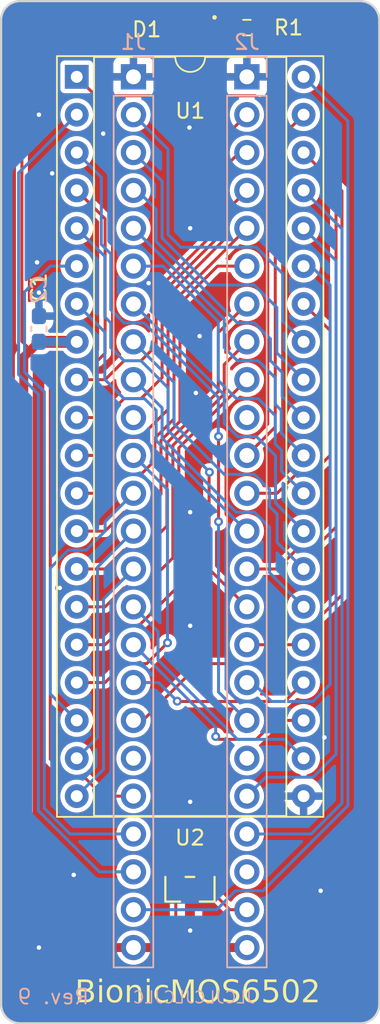
<source format=kicad_pcb>
(kicad_pcb (version 20240108) (generator "pcbnew") (generator_version "8.0")
  (title_block (title "BionicMOS6502") (date "2024-12-10") (rev "9") (company "Tadashi G. Takaoka"))
  (layers (0 "F.Cu" signal) (31 "B.Cu" signal) (34 "B.Paste" user) (35 "F.Paste" user) (36 "B.SilkS" user "B.Silkscreen") (37 "F.SilkS" user "F.Silkscreen") (38 "B.Mask" user) (39 "F.Mask" user) (44 "Edge.Cuts" user))
  (net 0 "")
  (net 1 "VCC")
  (net 2 "GND")
  (net 4 "/P26")
  (net 5 "/P27")
  (net 6 "/P47")
  (net 7 "/P46")
  (net 8 "/P25")
  (net 9 "/P24")
  (net 10 "/P23")
  (net 11 "/P22")
  (net 12 "/P21")
  (net 13 "/P20")
  (net 14 "/P34")
  (net 15 "/P35")
  (net 16 "/P17")
  (net 17 "/P36")
  (net 18 "/P16")
  (net 19 "/P15")
  (net 20 "/P40")
  (net 21 "/P14")
  (net 22 "/P41")
  (net 23 "/P13")
  (net 24 "/P42")
  (net 25 "/P12")
  (net 26 "/P11")
  (net 27 "/P44")
  (net 28 "/P10")
  (net 29 "/P45")
  (net 30 "/P50")
  (net 31 "/P43")
  (net 32 "/P52")
  (net 33 "/P30")
  (net 34 "/P31")
  (net 35 "/P32")
  (net 36 "/P33")
  (net 37 "/P37")
  (net 38 "/P51")
  (net 39 "/P53")
  (net 40 "/P55")
  (net 41 "/P54")
  (net 43 "Net-(J2-P57)")
  (net 47 "Net-(D1-K)")
  (footprint "0-LocalLibrary:SOT-23_MC_MCH-M" (layer "F.Cu") (at 113.684801 129.5876 180)
    (property "Reference" "U2" (at 0 3.4544 0) (layer "F.SilkS"))
    (property "Value" "11AA010-I/TT")
    (fp_line (start 1.652 0.827) (end 1.652 -0.827) (stroke (width 0.1524)) (layer "F.SilkS"))
    (fp_line (start 1.652 -0.827) (end 0.66294 -0.827) (stroke (width 0.1524)) (layer "F.SilkS"))
    (fp_line (start -0.287061 0.827) (end 0.287061 0.827) (stroke (width 0.1524)) (layer "F.SilkS"))
    (fp_line (start -0.66294 -0.827) (end -1.652 -0.827) (stroke (width 0.1524)) (layer "F.SilkS"))
    (fp_line (start -1.652 -0.827) (end -1.652 0.827) (stroke (width 0.1524)) (layer "F.SilkS"))
    (pad "1" smd rect (at -0.950001 1.066 180) (size 0.6604 1.6256) (layers "F.Cu" "F.Paste" "F.Mask") (net 43 "Net-(J2-P57)"))
    (pad "2" smd rect (at 0.950001 1.066 180) (size 0.6604 1.6256) (layers "F.Cu" "F.Paste" "F.Mask") (net 1 "VCC"))
    (pad "3" smd rect (at 0 -1.066 180) (size 0.6604 1.6256) (layers "F.Cu" "F.Paste" "F.Mask") (net 2 "GND"))
  )
  (footprint "Resistor_SMD:R_0603_1608Metric_Pad0.98x0.95mm_HandSolder" (layer "F.Cu") (at 117.51 71.778)
    (property "Reference" "R1" (at 2.794 0 0) (layer "F.SilkS"))
    (property "Value" "1.6k")
    (fp_line (start -0.254724 -0.5225) (end 0.254724 -0.5225) (stroke (width 0.12)) (layer "F.SilkS"))
    (fp_line (start -0.254724 0.5225) (end 0.254724 0.5225) (stroke (width 0.12)) (layer "F.SilkS"))
    (pad "1" smd roundrect (at -0.9125 0) (size 0.975 0.95) (layers "F.Cu" "F.Paste" "F.Mask") (net 47 "Net-(D1-K)"))
    (pad "2" smd roundrect (at 0.9125 0) (size 0.975 0.95) (layers "F.Cu" "F.Paste" "F.Mask") (net 2 "GND"))
  )
  (footprint "0-LocalLibrary:LED_CSL1901UW1_ROM-M" (layer "F.Cu") (at 113.6873 71.778 180)
    (property "Reference" "D1" (at 2.9083 -0.127 0) (layer "F.SilkS"))
    (property "Value" "CSL1901UW1")
    (fp_circle (center -1.651 0.6858) (end -1.5748 0.6858) (stroke (width 0.1524)) (fill none) (layer "F.SilkS"))
    (pad "1" smd rect (at -0.8763 0 180) (size 0.9652 0.762) (layers "F.Cu" "F.Paste" "F.Mask") (net 47 "Net-(D1-K)"))
    (pad "2" smd rect (at 0.8763 0 180) (size 0.9652 0.762) (layers "F.Cu" "F.Paste" "F.Mask") (net 1 "VCC"))
    (zone (net 0) (net_name "") (layer "F.Cu") (connect_pads (clearance 0)) (min_thickness 0.254)
      (keepout (tracks not_allowed) (vias not_allowed) (pads allowed) (copperpour not_allowed) (footprints allowed))
      (fill (thermal_gap 0.508) (thermal_bridge_width 0.508))
      (polygon (pts (xy 114.0302 72.1336) (xy 113.3444 72.1336) (xy 113.3444 71.4224) (xy 114.0302 71.4224)))
    )
  )
  (footprint "Capacitor_SMD:C_0603_1608Metric_Pad1.08x0.95mm_HandSolder" (layer "F.Cu") (at 103.54 91.9953 90)
    (property "Reference" "C1" (at 2.794 0 90) (layer "F.SilkS"))
    (property "Value" "0.1u")
    (fp_line (start -0.146267 -0.51) (end 0.146267 -0.51) (stroke (width 0.12)) (layer "F.SilkS"))
    (fp_line (start -0.146267 0.51) (end 0.146267 0.51) (stroke (width 0.12)) (layer "F.SilkS"))
    (pad "1" smd roundrect (at -0.8625 0 90) (size 1.075 0.95) (layers "F.Cu" "F.Paste" "F.Mask") (net 1 "VCC"))
    (pad "2" smd roundrect (at 0.8625 0 90) (size 1.075 0.95) (layers "F.Cu" "F.Paste" "F.Mask") (net 2 "GND"))
  )
  (footprint "0-LocalLibrary:DIP-40_W15.24mm_Socket" (layer "F.Cu") (at 106.08 75.08)
    (property "Reference" "U1" (at 7.62 2.286 0) (layer "F.SilkS"))
    (property "Value" "W65C816S")
    (fp_line (start -1.33 -1.39) (end -1.33 49.65) (stroke (width 0.12)) (layer "F.SilkS"))
    (fp_line (start -1.33 49.65) (end 16.57 49.65) (stroke (width 0.12)) (layer "F.SilkS"))
    (fp_line (start 1.16 -1.33) (end 1.16 49.59) (stroke (width 0.12)) (layer "F.SilkS"))
    (fp_line (start 1.16 49.59) (end 14.08 49.59) (stroke (width 0.12)) (layer "F.SilkS"))
    (fp_line (start 6.62 -1.33) (end 1.16 -1.33) (stroke (width 0.12)) (layer "F.SilkS"))
    (fp_line (start 14.08 -1.33) (end 8.62 -1.33) (stroke (width 0.12)) (layer "F.SilkS"))
    (fp_line (start 14.08 49.59) (end 14.08 -1.33) (stroke (width 0.12)) (layer "F.SilkS"))
    (fp_line (start 16.57 -1.39) (end -1.33 -1.39) (stroke (width 0.12)) (layer "F.SilkS"))
    (fp_line (start 16.57 49.65) (end 16.57 -1.39) (stroke (width 0.12)) (layer "F.SilkS"))
    (fp_arc (start 8.62 -1.33) (mid 7.62 -0.33) (end 6.62 -1.33) (stroke (width 0.12)) (layer "F.SilkS"))
    (pad "1" thru_hole rect (at 0 0) (size 1.6 1.6) (drill 0.8) (layers "*.Cu" "*.Mask") (net 20 "/P40"))
    (pad "2" thru_hole oval (at 0 2.54) (size 1.6 1.6) (drill 0.8) (layers "*.Cu" "*.Mask") (net 32 "/P52"))
    (pad "3" thru_hole oval (at 0 5.08) (size 1.6 1.6) (drill 0.8) (layers "*.Cu" "*.Mask") (net 6 "/P47"))
    (pad "4" thru_hole oval (at 0 7.62) (size 1.6 1.6) (drill 0.8) (layers "*.Cu" "*.Mask") (net 30 "/P50"))
    (pad "5" thru_hole oval (at 0 10.16) (size 1.6 1.6) (drill 0.8) (layers "*.Cu" "*.Mask") (net 27 "/P44"))
    (pad "6" thru_hole oval (at 0 12.7) (size 1.6 1.6) (drill 0.8) (layers "*.Cu" "*.Mask") (net 38 "/P51"))
    (pad "7" thru_hole oval (at 0 15.24) (size 1.6 1.6) (drill 0.8) (layers "*.Cu" "*.Mask") (net 24 "/P42"))
    (pad "8" thru_hole oval (at 0 17.78) (size 1.6 1.6) (drill 0.8) (layers "*.Cu" "*.Mask") (net 1 "VCC"))
    (pad "9" thru_hole oval (at 0 20.32) (size 1.6 1.6) (drill 0.8) (layers "*.Cu" "*.Mask") (net 13 "/P20"))
    (pad "10" thru_hole oval (at 0 22.86) (size 1.6 1.6) (drill 0.8) (layers "*.Cu" "*.Mask") (net 12 "/P21"))
    (pad "11" thru_hole oval (at 0 25.4) (size 1.6 1.6) (drill 0.8) (layers "*.Cu" "*.Mask") (net 11 "/P22"))
    (pad "12" thru_hole oval (at 0 27.94) (size 1.6 1.6) (drill 0.8) (layers "*.Cu" "*.Mask") (net 10 "/P23"))
    (pad "13" thru_hole oval (at 0 30.48) (size 1.6 1.6) (drill 0.8) (layers "*.Cu" "*.Mask") (net 9 "/P24"))
    (pad "14" thru_hole oval (at 0 33.02) (size 1.6 1.6) (drill 0.8) (layers "*.Cu" "*.Mask") (net 8 "/P25"))
    (pad "15" thru_hole oval (at 0 35.56) (size 1.6 1.6) (drill 0.8) (layers "*.Cu" "*.Mask") (net 4 "/P26"))
    (pad "16" thru_hole oval (at 0 38.1) (size 1.6 1.6) (drill 0.8) (layers "*.Cu" "*.Mask") (net 5 "/P27"))
    (pad "17" thru_hole oval (at 0 40.64) (size 1.6 1.6) (drill 0.8) (layers "*.Cu" "*.Mask") (net 33 "/P30"))
    (pad "18" thru_hole oval (at 0 43.18) (size 1.6 1.6) (drill 0.8) (layers "*.Cu" "*.Mask") (net 34 "/P31"))
    (pad "19" thru_hole oval (at 0 45.72) (size 1.6 1.6) (drill 0.8) (layers "*.Cu" "*.Mask") (net 35 "/P32"))
    (pad "20" thru_hole oval (at 0 48.26) (size 1.6 1.6) (drill 0.8) (layers "*.Cu" "*.Mask") (net 36 "/P33"))
    (pad "21" thru_hole oval (at 15.24 48.26) (size 1.6 1.6) (drill 0.8) (layers "*.Cu" "*.Mask") (net 2 "GND"))
    (pad "22" thru_hole oval (at 15.24 45.72) (size 1.6 1.6) (drill 0.8) (layers "*.Cu" "*.Mask") (net 14 "/P34"))
    (pad "23" thru_hole oval (at 15.24 43.18) (size 1.6 1.6) (drill 0.8) (layers "*.Cu" "*.Mask") (net 15 "/P35"))
    (pad "24" thru_hole oval (at 15.24 40.64) (size 1.6 1.6) (drill 0.8) (layers "*.Cu" "*.Mask") (net 17 "/P36"))
    (pad "25" thru_hole oval (at 15.24 38.1) (size 1.6 1.6) (drill 0.8) (layers "*.Cu" "*.Mask") (net 37 "/P37"))
    (pad "26" thru_hole oval (at 15.24 35.56) (size 1.6 1.6) (drill 0.8) (layers "*.Cu" "*.Mask") (net 16 "/P17"))
    (pad "27" thru_hole oval (at 15.24 33.02) (size 1.6 1.6) (drill 0.8) (layers "*.Cu" "*.Mask") (net 18 "/P16"))
    (pad "28" thru_hole oval (at 15.24 30.48) (size 1.6 1.6) (drill 0.8) (layers "*.Cu" "*.Mask") (net 19 "/P15"))
    (pad "29" thru_hole oval (at 15.24 27.94) (size 1.6 1.6) (drill 0.8) (layers "*.Cu" "*.Mask") (net 21 "/P14"))
    (pad "30" thru_hole oval (at 15.24 25.4) (size 1.6 1.6) (drill 0.8) (layers "*.Cu" "*.Mask") (net 23 "/P13"))
    (pad "31" thru_hole oval (at 15.24 22.86) (size 1.6 1.6) (drill 0.8) (layers "*.Cu" "*.Mask") (net 25 "/P12"))
    (pad "32" thru_hole oval (at 15.24 20.32) (size 1.6 1.6) (drill 0.8) (layers "*.Cu" "*.Mask") (net 26 "/P11"))
    (pad "33" thru_hole oval (at 15.24 17.78) (size 1.6 1.6) (drill 0.8) (layers "*.Cu" "*.Mask") (net 28 "/P10"))
    (pad "34" thru_hole oval (at 15.24 15.24) (size 1.6 1.6) (drill 0.8) (layers "*.Cu" "*.Mask") (net 22 "/P41"))
    (pad "35" thru_hole oval (at 15.24 12.7) (size 1.6 1.6) (drill 0.8) (layers "*.Cu" "*.Mask") (net 7 "/P46"))
    (pad "36" thru_hole oval (at 15.24 10.16) (size 1.6 1.6) (drill 0.8) (layers "*.Cu" "*.Mask") (net 41 "/P54"))
    (pad "37" thru_hole oval (at 15.24 7.62) (size 1.6 1.6) (drill 0.8) (layers "*.Cu" "*.Mask") (net 40 "/P55"))
    (pad "38" thru_hole oval (at 15.24 5.08) (size 1.6 1.6) (drill 0.8) (layers "*.Cu" "*.Mask") (net 29 "/P45"))
    (pad "39" thru_hole oval (at 15.24 2.54) (size 1.6 1.6) (drill 0.8) (layers "*.Cu" "*.Mask") (net 31 "/P43"))
    (pad "40" thru_hole oval (at 15.24 0) (size 1.6 1.6) (drill 0.8) (layers "*.Cu" "*.Mask") (net 39 "/P53"))
  )
  (footprint "0-LocalLibrary:Bionic-P245_Vertical" (layer "B.Cu") (at 117.51 75.08 180)
    (property "Reference" "J2" (at 0 2.33 0) (layer "B.SilkS") (effects (justify mirror)))
    (property "Value" "Bionic-P245")
    (fp_line (start 1.33 -1.27) (end -1.33 -1.27) (stroke (width 0.12)) (layer "B.SilkS"))
    (fp_line (start 1.33 -59.75) (end 1.33 -1.27) (stroke (width 0.12)) (layer "B.SilkS"))
    (fp_line (start 1.33 -59.75) (end -1.33 -59.75) (stroke (width 0.12)) (layer "B.SilkS"))
    (fp_line (start 0 1.33) (end -1.33 1.33) (stroke (width 0.12)) (layer "B.SilkS"))
    (fp_line (start -1.33 1.33) (end -1.33 0) (stroke (width 0.12)) (layer "B.SilkS"))
    (fp_line (start -1.33 -59.75) (end -1.33 -1.27) (stroke (width 0.12)) (layer "B.SilkS"))
    (pad "25" thru_hole oval (at 0 -58.42 180) (size 1.7 1.7) (drill 1) (layers "*.Cu" "*.Mask") (net 1 "VCC"))
    (pad "26" thru_hole oval (at 0 -55.88 180) (size 1.7 1.7) (drill 1) (layers "*.Cu" "*.Mask") (net 43 "Net-(J2-P57)"))
    (pad "27" thru_hole oval (at 0 -53.34 180) (size 1.7 1.7) (drill 1) (layers "*.Cu" "*.Mask"))
    (pad "28" thru_hole oval (at 0 -50.8 180) (size 1.7 1.7) (drill 1) (layers "*.Cu" "*.Mask") (net 40 "/P55"))
    (pad "29" thru_hole oval (at 0 -48.26 180) (size 1.7 1.7) (drill 1) (layers "*.Cu" "*.Mask") (net 41 "/P54"))
    (pad "30" thru_hole oval (at 0 -45.72 180) (size 1.7 1.7) (drill 1) (layers "*.Cu" "*.Mask"))
    (pad "31" thru_hole oval (at 0 -43.18 180) (size 1.7 1.7) (drill 1) (layers "*.Cu" "*.Mask") (net 6 "/P47"))
    (pad "32" thru_hole oval (at 0 -40.64 180) (size 1.7 1.7) (drill 1) (layers "*.Cu" "*.Mask") (net 7 "/P46"))
    (pad "33" thru_hole oval (at 0 -38.1 180) (size 1.7 1.7) (drill 1) (layers "*.Cu" "*.Mask") (net 29 "/P45"))
    (pad "34" thru_hole oval (at 0 -35.56 180) (size 1.7 1.7) (drill 1) (layers "*.Cu" "*.Mask") (net 27 "/P44"))
    (pad "35" thru_hole oval (at 0 -33.02 180) (size 1.7 1.7) (drill 1) (layers "*.Cu" "*.Mask") (net 31 "/P43"))
    (pad "36" thru_hole oval (at 0 -30.48 180) (size 1.7 1.7) (drill 1) (layers "*.Cu" "*.Mask") (net 24 "/P42"))
    (pad "37" thru_hole oval (at 0 -27.94 180) (size 1.7 1.7) (drill 1) (layers "*.Cu" "*.Mask") (net 22 "/P41"))
    (pad "38" thru_hole oval (at 0 -25.4 180) (size 1.7 1.7) (drill 1) (layers "*.Cu" "*.Mask") (net 20 "/P40"))
    (pad "39" thru_hole oval (at 0 -22.86 180) (size 1.7 1.7) (drill 1) (layers "*.Cu" "*.Mask"))
    (pad "40" thru_hole oval (at 0 -20.32 180) (size 1.7 1.7) (drill 1) (layers "*.Cu" "*.Mask") (net 5 "/P27"))
    (pad "41" thru_hole oval (at 0 -17.78 180) (size 1.7 1.7) (drill 1) (layers "*.Cu" "*.Mask") (net 4 "/P26"))
    (pad "42" thru_hole oval (at 0 -15.24 180) (size 1.7 1.7) (drill 1) (layers "*.Cu" "*.Mask") (net 8 "/P25"))
    (pad "43" thru_hole oval (at 0 -12.7 180) (size 1.7 1.7) (drill 1) (layers "*.Cu" "*.Mask") (net 9 "/P24"))
    (pad "44" thru_hole oval (at 0 -10.16 180) (size 1.7 1.7) (drill 1) (layers "*.Cu" "*.Mask") (net 10 "/P23"))
    (pad "45" thru_hole oval (at 0 -7.62 180) (size 1.7 1.7) (drill 1) (layers "*.Cu" "*.Mask") (net 11 "/P22"))
    (pad "46" thru_hole oval (at 0 -5.08 180) (size 1.7 1.7) (drill 1) (layers "*.Cu" "*.Mask") (net 12 "/P21"))
    (pad "47" thru_hole oval (at 0 -2.54 180) (size 1.7 1.7) (drill 1) (layers "*.Cu" "*.Mask") (net 13 "/P20"))
    (pad "48" thru_hole rect (at 0 0 180) (size 1.7 1.7) (drill 1) (layers "*.Cu" "*.Mask") (net 2 "GND"))
  )
  (footprint "0-LocalLibrary:Bionic-P135_Vertical" (layer "B.Cu") (at 109.89 75.08 180)
    (property "Reference" "J1" (at 0 2.33 0) (layer "B.SilkS") (effects (justify mirror)))
    (property "Value" "Bionic-P135")
    (fp_line (start 1.33 -1.27) (end -1.33 -1.27) (stroke (width 0.12)) (layer "B.SilkS"))
    (fp_line (start 1.33 -59.75) (end 1.33 -1.27) (stroke (width 0.12)) (layer "B.SilkS"))
    (fp_line (start 1.33 -59.75) (end -1.33 -59.75) (stroke (width 0.12)) (layer "B.SilkS"))
    (fp_line (start 0 1.33) (end -1.33 1.33) (stroke (width 0.12)) (layer "B.SilkS"))
    (fp_line (start -1.33 1.33) (end -1.33 0) (stroke (width 0.12)) (layer "B.SilkS"))
    (fp_line (start -1.33 -59.75) (end -1.33 -1.27) (stroke (width 0.12)) (layer "B.SilkS"))
    (pad "1" thru_hole rect (at 0 0 180) (size 1.7 1.7) (drill 1) (layers "*.Cu" "*.Mask") (net 2 "GND"))
    (pad "2" thru_hole oval (at 0 -2.54 180) (size 1.7 1.7) (drill 1) (layers "*.Cu" "*.Mask") (net 28 "/P10"))
    (pad "3" thru_hole oval (at 0 -5.08 180) (size 1.7 1.7) (drill 1) (layers "*.Cu" "*.Mask") (net 26 "/P11"))
    (pad "4" thru_hole oval (at 0 -7.62 180) (size 1.7 1.7) (drill 1) (layers "*.Cu" "*.Mask") (net 25 "/P12"))
    (pad "5" thru_hole oval (at 0 -10.16 180) (size 1.7 1.7) (drill 1) (layers "*.Cu" "*.Mask") (net 23 "/P13"))
    (pad "6" thru_hole oval (at 0 -12.7 180) (size 1.7 1.7) (drill 1) (layers "*.Cu" "*.Mask") (net 21 "/P14"))
    (pad "7" thru_hole oval (at 0 -15.24 180) (size 1.7 1.7) (drill 1) (layers "*.Cu" "*.Mask") (net 19 "/P15"))
    (pad "8" thru_hole oval (at 0 -17.78 180) (size 1.7 1.7) (drill 1) (layers "*.Cu" "*.Mask") (net 18 "/P16"))
    (pad "9" thru_hole oval (at 0 -20.32 180) (size 1.7 1.7) (drill 1) (layers "*.Cu" "*.Mask") (net 16 "/P17"))
    (pad "10" thru_hole oval (at 0 -22.86 180) (size 1.7 1.7) (drill 1) (layers "*.Cu" "*.Mask"))
    (pad "11" thru_hole oval (at 0 -25.4 180) (size 1.7 1.7) (drill 1) (layers "*.Cu" "*.Mask") (net 33 "/P30"))
    (pad "12" thru_hole oval (at 0 -27.94 180) (size 1.7 1.7) (drill 1) (layers "*.Cu" "*.Mask") (net 34 "/P31"))
    (pad "13" thru_hole oval (at 0 -30.48 180) (size 1.7 1.7) (drill 1) (layers "*.Cu" "*.Mask") (net 35 "/P32"))
    (pad "14" thru_hole oval (at 0 -33.02 180) (size 1.7 1.7) (drill 1) (layers "*.Cu" "*.Mask") (net 36 "/P33"))
    (pad "15" thru_hole oval (at 0 -35.56 180) (size 1.7 1.7) (drill 1) (layers "*.Cu" "*.Mask") (net 14 "/P34"))
    (pad "16" thru_hole oval (at 0 -38.1 180) (size 1.7 1.7) (drill 1) (layers "*.Cu" "*.Mask") (net 15 "/P35"))
    (pad "17" thru_hole oval (at 0 -40.64 180) (size 1.7 1.7) (drill 1) (layers "*.Cu" "*.Mask") (net 17 "/P36"))
    (pad "18" thru_hole oval (at 0 -43.18 180) (size 1.7 1.7) (drill 1) (layers "*.Cu" "*.Mask") (net 37 "/P37"))
    (pad "19" thru_hole oval (at 0 -45.72 180) (size 1.7 1.7) (drill 1) (layers "*.Cu" "*.Mask"))
    (pad "20" thru_hole oval (at 0 -48.26 180) (size 1.7 1.7) (drill 1) (layers "*.Cu" "*.Mask") (net 30 "/P50"))
    (pad "21" thru_hole oval (at 0 -50.8 180) (size 1.7 1.7) (drill 1) (layers "*.Cu" "*.Mask") (net 38 "/P51"))
    (pad "22" thru_hole oval (at 0 -53.34 180) (size 1.7 1.7) (drill 1) (layers "*.Cu" "*.Mask") (net 32 "/P52"))
    (pad "23" thru_hole oval (at 0 -55.88 180) (size 1.7 1.7) (drill 1) (layers "*.Cu" "*.Mask") (net 39 "/P53"))
    (pad "24" thru_hole oval (at 0 -58.42 180) (size 1.7 1.7) (drill 1) (layers "*.Cu" "*.Mask") (net 1 "VCC"))
  )
  (footprint "Capacitor_SMD:C_0603_1608Metric_Pad1.08x0.95mm_HandSolder" (layer "B.Cu") (at 103.54 91.9953 90)
    (property "Reference" "C2" (at 2.6405 0 90) (layer "B.SilkS") (effects (justify mirror)))
    (property "Value" "22u")
    (fp_line (start 0.146267 -0.51) (end -0.146267 -0.51) (stroke (width 0.12)) (layer "B.SilkS"))
    (fp_line (start 0.146267 0.51) (end -0.146267 0.51) (stroke (width 0.12)) (layer "B.SilkS"))
    (pad "1" smd roundrect (at -0.8625 0 90) (size 1.075 0.95) (layers "B.Cu" "B.Paste" "B.Mask") (net 1 "VCC"))
    (pad "2" smd roundrect (at 0.8625 0 90) (size 1.075 0.95) (layers "B.Cu" "B.Paste" "B.Mask") (net 2 "GND"))
  )
  (gr_arc (start 102.27 138.58) (mid 101.371974 138.208026) (end 101 137.31) (stroke (width 0.15)) (layer "Edge.Cuts"))
  (gr_arc (start 126.4 137.31) (mid 126.028026 138.208026) (end 125.13 138.58) (stroke (width 0.15)) (layer "Edge.Cuts"))
  (gr_line (start 126.4 137.31) (end 126.4 71.27) (stroke (width 0.15)) (layer "Edge.Cuts"))
  (gr_arc (start 101 71.27) (mid 101.371974 70.371974) (end 102.27 70) (stroke (width 0.15)) (layer "Edge.Cuts"))
  (gr_line (start 125.13 70) (end 102.27 70) (stroke (width 0.15)) (layer "Edge.Cuts"))
  (gr_line (start 101 71.27) (end 101 137.31) (stroke (width 0.15)) (layer "Edge.Cuts"))
  (gr_arc (start 125.13 70) (mid 126.028026 70.371974) (end 126.4 71.27) (stroke (width 0.15)) (layer "Edge.Cuts"))
  (gr_line (start 102.27 138.58) (end 125.13 138.58) (stroke (width 0.15)) (layer "Edge.Cuts"))
  (gr_text "Rev. 9" (at 102.016 136.802 0) (layer "B.SilkS") (effects (font (size 1 1)) (justify right mirror)))
  (gr_text "JLCJLCJLCJLC" (at 113.954 137.31 0) (layer "B.SilkS") (effects (font (size 0.8 0.8)) (justify bottom mirror)))
  (gr_text "BionicMOS6502" (at 114.208 136.548 0) (layer "F.SilkS") (effects (font (size 1.5 1.5))))
  (segment (start 102.524 127.785) (end 102.524 93.8738) (width 0.6) (layer "F.Cu") (net 1))
  (segment (start 112.811 133.5) (end 109.89 133.5) (width 0.6) (layer "F.Cu") (net 1))
  (segment (start 109.89 133.5) (end 108.239 133.5) (width 0.6) (layer "F.Cu") (net 1))
  (segment (start 112.7348 133.4238) (end 112.811 133.5) (width 0.2) (layer "F.Cu") (net 1))
  (segment (start 102.524 93.8738) (end 102.9812 93.4166) (width 0.6) (layer "F.Cu") (net 1))
  (segment (start 112.913 71.778) (end 105.699 71.778) (width 0.2) (layer "F.Cu") (net 1))
  (segment (start 103.5422 92.86) (end 106.08 92.86) (width 0.8) (layer "F.Cu") (net 1))
  (segment (start 108.239 133.5) (end 102.524 127.785) (width 0.6) (layer "F.Cu") (net 1))
  (segment (start 112.7348 128.5216) (end 112.7348 133.4238) (width 0.2) (layer "F.Cu") (net 1))
  (segment (start 117.51 133.5) (end 112.811 133.5) (width 0.6) (layer "F.Cu") (net 1))
  (segment (start 103.54 92.8578) (end 103.5422 92.86) (width 1) (layer "F.Cu") (net 1))
  (segment (start 102.9812 93.4166) (end 103.54 92.8578) (width 0.6) (layer "F.Cu") (net 1))
  (segment (start 103.4395 92.86) (end 103.286 92.7065) (width 0.2) (layer "F.Cu") (net 1))
  (segment (start 105.699 71.778) (end 102.397 75.08) (width 0.2) (layer "F.Cu") (net 1))
  (segment (start 102.397 92.8324) (end 102.9812 93.4166) (width 0.2) (layer "F.Cu") (net 1))
  (segment (start 102.397 75.08) (end 102.397 92.8324) (width 0.2) (layer "F.Cu") (net 1))
  (segment (start 103.54 92.8578) (end 106.0778 92.8578) (width 0.6) (layer "B.Cu") (net 1))
  (segment (start 106.0778 92.8578) (end 106.08 92.86) (width 0.8) (layer "B.Cu") (net 1))
  (via (at 113.7 104.29) (size 0.6) (drill 0.3) (layers "F.Cu" "B.Cu") (net 2))
  (via (at 103.54 133.5) (size 0.6) (drill 0.3) (layers "F.Cu" "B.Cu") (net 2))
  (via (at 103.413 87.526) (size 0.6) (drill 0.3) (layers "F.Cu" "B.Cu") (net 2))
  (via (at 114.081 96.289) (size 0.6) (drill 0.3) (layers "F.Cu" "B.Cu") (net 2))
  (via (at 122.717 119.403) (size 0.6) (drill 0.3) (layers "F.Cu" "B.Cu") (net 2))
  (via (at 104.937 109.37) (size 0.6) (drill 0.3) (layers "F.Cu" "B.Cu") (net 2))
  (via (at 105.8768 128.6232) (size 0.6) (drill 0.3) (layers "F.Cu" "B.Cu") (net 2))
  (via (at 122.463 129.69) (size 0.6) (drill 0.3) (layers "F.Cu" "B.Cu") (net 2))
  (via (at 103.54 77.62) (size 0.6) (drill 0.3) (layers "F.Cu" "B.Cu") (net 2))
  (via (at 110.906 88.923) (size 0.6) (drill 0.3) (layers "F.Cu" "B.Cu") (net 2))
  (via (at 114.335 92.479) (size 0.6) (drill 0.3) (layers "F.Cu" "B.Cu") (net 2))
  (via (at 104.429 81.557) (size 0.6) (drill 0.3) (layers "F.Cu" "B.Cu") (net 2))
  (via (at 107.858 78.89) (size 0.6) (drill 0.3) (layers "F.Cu" "B.Cu") (net 2))
  (via (at 113.6492 78.4836) (size 0.6) (drill 0.3) (layers "F.Cu" "B.Cu") (net 2))
  (via (at 113.7 123.721) (size 0.6) (drill 0.3) (layers "F.Cu" "B.Cu") (net 2))
  (via (at 103.54 89.558) (size 0.6) (drill 0.3) (layers "F.Cu" "B.Cu") (net 2))
  (via (at 113.7 111.91) (size 0.6) (drill 0.3) (layers "F.Cu" "B.Cu") (net 2))
  (via (at 113.7 132.357) (size 0.6) (drill 0.3) (layers "F.Cu" "B.Cu") (net 2))
  (via (at 113.7 85.24) (size 0.6) (drill 0.3) (layers "F.Cu" "B.Cu") (net 2))
  (segment (start 115.986 94.384) (end 115.986 96.358314) (width 0.2) (layer "F.Cu") (net 4))
  (segment (start 112.538 107.357) (end 110.525 109.37) (width 0.2) (layer "F.Cu") (net 4))
  (segment (start 112.538 99.806314) (end 112.538 107.357) (width 0.2) (layer "F.Cu") (net 4))
  (segment (start 107.985 110.64) (end 106.08 110.64) (width 0.2) (layer "F.Cu") (net 4))
  (segment (start 109.255 109.37) (end 107.985 110.64) (width 0.2) (layer "F.Cu") (net 4))
  (segment (start 110.525 109.37) (end 109.255 109.37) (width 0.2) (layer "F.Cu") (net 4))
  (segment (start 117.51 92.86) (end 115.986 94.384) (width 0.2) (layer "F.Cu") (net 4))
  (segment (start 115.986 96.358314) (end 112.538 99.806314) (width 0.2) (layer "F.Cu") (net 4))
  (segment (start 106.08 113.18) (end 107.985 113.18) (width 0.2) (layer "F.Cu") (net 5))
  (segment (start 110.246346 111.91) (end 112.938 109.218346) (width 0.2) (layer "F.Cu") (net 5))
  (segment (start 109.255 111.91) (end 110.246346 111.91) (width 0.2) (layer "F.Cu") (net 5))
  (segment (start 112.938 109.218346) (end 112.938 99.972) (width 0.2) (layer "F.Cu") (net 5))
  (segment (start 112.938 99.972) (end 117.51 95.4) (width 0.2) (layer "F.Cu") (net 5))
  (segment (start 107.985 113.18) (end 109.255 111.91) (width 0.2) (layer "F.Cu") (net 5))
  (segment (start 115.605 104.925) (end 115.605 99.21) (width 0.2) (layer "F.Cu") (net 6))
  (via (at 115.605 99.21) (size 0.6) (drill 0.3) (layers "F.Cu" "B.Cu") (net 6))
  (via (at 115.605 104.925) (size 0.6) (drill 0.3) (layers "F.Cu" "B.Cu") (net 6))
  (segment (start 115.605 116.355) (end 117.51 118.26) (width 0.2) (layer "B.Cu") (net 6))
  (segment (start 110.594314 91.59) (end 109.255 91.59) (width 0.2) (layer "B.Cu") (net 6))
  (segment (start 115.605 99.21) (end 115.586 99.191) (width 0.2) (layer "B.Cu") (net 6))
  (segment (start 108.366 86.960314) (end 107.731 86.325314) (width 0.2) (layer "B.Cu") (net 6))
  (segment (start 115.605 104.925) (end 115.605 116.355) (width 0.2) (layer "B.Cu") (net 6))
  (segment (start 107.731 81.811) (end 106.08 80.16) (width 0.2) (layer "B.Cu") (net 6))
  (segment (start 107.731 86.325314) (end 107.731 81.811) (width 0.2) (layer "B.Cu") (net 6))
  (segment (start 109.255 91.59) (end 108.366 90.701) (width 0.2) (layer "B.Cu") (net 6))
  (segment (start 115.586 99.191) (end 115.586 96.581686) (width 0.2) (layer "B.Cu") (net 6))
  (segment (start 108.366 90.701) (end 108.366 86.960314) (width 0.2) (layer "B.Cu") (net 6))
  (segment (start 115.586 96.581686) (end 110.594314 91.59) (width 0.2) (layer "B.Cu") (net 6))
  (segment (start 117.891 115.72) (end 117.51 115.72) (width 0.2) (layer "B.Cu") (net 7))
  (segment (start 123.098 115.837635) (end 121.945635 116.99) (width 0.2) (layer "B.Cu") (net 7))
  (segment (start 121.32 87.78) (end 121.828 87.78) (width 0.2) (layer "B.Cu") (net 7))
  (segment (start 121.945635 116.99) (end 119.161 116.99) (width 0.2) (layer "B.Cu") (net 7))
  (segment (start 121.828 87.78) (end 123.098 89.05) (width 0.2) (layer "B.Cu") (net 7))
  (segment (start 123.098 89.05) (end 123.098 115.837635) (width 0.2) (layer "B.Cu") (net 7))
  (segment (start 119.161 116.99) (end 117.891 115.72) (width 0.2) (layer "B.Cu") (net 7))
  (segment (start 112.138 99.640629) (end 112.138 105.217) (width 0.2) (layer "F.Cu") (net 8))
  (segment (start 117.51 90.32) (end 115.586 92.244) (width 0.2) (layer "F.Cu") (net 8))
  (segment (start 110.525 106.83) (end 109.255 106.83) (width 0.2) (layer "F.Cu") (net 8))
  (segment (start 112.138 105.217) (end 110.525 106.83) (width 0.2) (layer "F.Cu") (net 8))
  (segment (start 115.586 92.244) (end 115.586 96.192628) (width 0.2) (layer "F.Cu") (net 8))
  (segment (start 109.255 106.83) (end 107.985 108.1) (width 0.2) (layer "F.Cu") (net 8))
  (segment (start 115.586 96.192628) (end 112.138 99.640629) (width 0.2) (layer "F.Cu") (net 8))
  (segment (start 107.985 108.1) (end 106.08 108.1) (width 0.2) (layer "F.Cu") (net 8))
  (segment (start 115.535686 87.78) (end 113.014 90.301686) (width 0.2) (layer "F.Cu") (net 9))
  (segment (start 111.738 103.077) (end 110.525 104.29) (width 0.2) (layer "F.Cu") (net 9))
  (segment (start 117.51 87.78) (end 115.535686 87.78) (width 0.2) (layer "F.Cu") (net 9))
  (segment (start 109.255 104.29) (end 107.985 105.56) (width 0.2) (layer "F.Cu") (net 9))
  (segment (start 111.738 99.474943) (end 111.738 103.077) (width 0.2) (layer "F.Cu") (net 9))
  (segment (start 113.014 90.301686) (end 113.014 98.198943) (width 0.2) (layer "F.Cu") (net 9))
  (segment (start 107.985 105.56) (end 106.08 105.56) (width 0.2) (layer "F.Cu") (net 9))
  (segment (start 110.525 104.29) (end 109.255 104.29) (width 0.2) (layer "F.Cu") (net 9))
  (segment (start 113.014 98.198943) (end 111.738 99.474943) (width 0.2) (layer "F.Cu") (net 9))
  (segment (start 112.614 90.136) (end 112.614 98.033257) (width 0.2) (layer "F.Cu") (net 10))
  (segment (start 110.398 101.75) (end 109.255 101.75) (width 0.2) (layer "F.Cu") (net 10))
  (segment (start 111.331543 100.816457) (end 110.398 101.75) (width 0.2) (layer "F.Cu") (net 10))
  (segment (start 109.255 101.75) (end 107.985 103.02) (width 0.2) (layer "F.Cu") (net 10))
  (segment (start 107.985 103.02) (end 106.08 103.02) (width 0.2) (layer "F.Cu") (net 10))
  (segment (start 117.51 85.24) (end 112.614 90.136) (width 0.2) (layer "F.Cu") (net 10))
  (segment (start 111.331543 99.315714) (end 111.331543 100.816457) (width 0.2) (layer "F.Cu") (net 10))
  (segment (start 112.614 98.033257) (end 111.331543 99.315714) (width 0.2) (layer "F.Cu") (net 10))
  (segment (start 112.214 89.774) (end 112.214 97.394) (width 0.2) (layer "F.Cu") (net 11))
  (segment (start 110.3345 99.2735) (end 109.1915 99.2735) (width 0.2) (layer "F.Cu") (net 11))
  (segment (start 109.1915 99.2735) (end 107.985 100.48) (width 0.2) (layer "F.Cu") (net 11))
  (segment (start 115.986 84.224) (end 115.986 86.002) (width 0.2) (layer "F.Cu") (net 11))
  (segment (start 112.214 97.394) (end 110.3345 99.2735) (width 0.2) (layer "F.Cu") (net 11))
  (segment (start 117.51 82.7) (end 115.986 84.224) (width 0.2) (layer "F.Cu") (net 11))
  (segment (start 107.985 100.48) (end 106.08 100.48) (width 0.2) (layer "F.Cu") (net 11))
  (segment (start 115.986 86.002) (end 112.214 89.774) (width 0.2) (layer "F.Cu") (net 11))
  (segment (start 117.51 80.16) (end 117.002 80.16) (width 0.2) (layer "F.Cu") (net 12))
  (segment (start 115.586 85.836314) (end 111.814 89.608314) (width 0.2) (layer "F.Cu") (net 12))
  (segment (start 107.985 97.94) (end 106.08 97.94) (width 0.2) (layer "F.Cu") (net 12))
  (segment (start 111.814 95.254) (end 110.398 96.67) (width 0.2) (layer "F.Cu") (net 12))
  (segment (start 117.002 80.16) (end 115.586 81.576) (width 0.2) (layer "F.Cu") (net 12))
  (segment (start 110.398 96.67) (end 109.255 96.67) (width 0.2) (layer "F.Cu") (net 12))
  (segment (start 111.814 89.608314) (end 111.814 95.254) (width 0.2) (layer "F.Cu") (net 12))
  (segment (start 115.586 81.576) (end 115.586 85.836314) (width 0.2) (layer "F.Cu") (net 12))
  (segment (start 109.255 96.67) (end 107.985 97.94) (width 0.2) (layer "F.Cu") (net 12))
  (segment (start 106.08 97.2966) (end 106.08 97.94) (width 0.2) (layer "B.Cu") (net 12))
  (segment (start 111.414 89.442628) (end 111.414 93.114) (width 0.2) (layer "F.Cu") (net 13))
  (segment (start 111.414 93.114) (end 110.398 94.13) (width 0.2) (layer "F.Cu") (net 13))
  (segment (start 109.255 94.13) (end 107.985 95.4) (width 0.2) (layer "F.Cu") (net 13))
  (segment (start 110.398 94.13) (end 109.255 94.13) (width 0.2) (layer "F.Cu") (net 13))
  (segment (start 115.186 79.944) (end 115.186 85.670628) (width 0.2) (layer "F.Cu") (net 13))
  (segment (start 107.985 95.4) (end 106.08 95.4) (width 0.2) (layer "F.Cu") (net 13))
  (segment (start 117.51 77.62) (end 115.186 79.944) (width 0.2) (layer "F.Cu") (net 13))
  (segment (start 115.186 85.670628) (end 111.414 89.442628) (width 0.2) (layer "F.Cu") (net 13))
  (segment (start 109.89 110.64) (end 111.541 112.291) (width 0.2) (layer "B.Cu") (net 14))
  (segment (start 120.05 119.53) (end 121.32 120.8) (width 0.2) (layer "B.Cu") (net 14))
  (segment (start 116.875 119.53) (end 120.05 119.53) (width 0.2) (layer "B.Cu") (net 14))
  (segment (start 111.541 112.291) (end 111.541 114.196) (width 0.2) (layer "B.Cu") (net 14))
  (segment (start 111.541 114.196) (end 116.875 119.53) (width 0.2) (layer "B.Cu") (net 14))
  (segment (start 115.4145 119.3395) (end 115.605 119.53) (width 0.2) (layer "F.Cu") (net 15))
  (segment (start 119.415 118.26) (end 121.32 118.26) (width 0.2) (layer "F.Cu") (net 15))
  (segment (start 115.605 119.53) (end 118.145 119.53) (width 0.2) (layer "F.Cu") (net 15))
  (segment (start 118.145 119.53) (end 119.415 118.26) (width 0.2) (layer "F.Cu") (net 15))
  (via (at 115.4145 119.3395) (size 0.6) (drill 0.3) (layers "F.Cu" "B.Cu") (net 15))
  (segment (start 115.4145 119.3395) (end 115.4145 118.7045) (width 0.2) (layer "B.Cu") (net 15))
  (segment (start 115.4145 118.7045) (end 109.89 113.18) (width 0.2) (layer "B.Cu") (net 15))
  (segment (start 111.814 99.315529) (end 116.788471 104.29) (width 0.2) (layer "B.Cu") (net 16))
  (segment (start 116.788471 104.29) (end 118.018 104.29) (width 0.2) (layer "B.Cu") (net 16))
  (segment (start 109.89 95.4) (end 109.923393 95.4) (width 0.2) (layer "B.Cu") (net 16))
  (segment (start 119.034 105.306) (end 119.034 108.354) (width 0.2) (layer "B.Cu") (net 16))
  (segment (start 118.018 104.29) (end 119.034 105.306) (width 0.2) (layer "B.Cu") (net 16))
  (segment (start 111.814 97.290608) (end 111.814 99.315529) (width 0.2) (layer "B.Cu") (net 16))
  (segment (start 109.923393 95.4) (end 111.814 97.290608) (width 0.2) (layer "B.Cu") (net 16))
  (segment (start 119.034 108.354) (end 121.32 110.64) (width 0.2) (layer "B.Cu") (net 16))
  (segment (start 112.831235 116.969765) (end 112.85147 116.99) (width 0.2) (layer "F.Cu") (net 17))
  (segment (start 120.05 116.99) (end 121.32 115.72) (width 0.2) (layer "F.Cu") (net 17))
  (segment (start 112.85147 116.99) (end 120.05 116.99) (width 0.2) (layer "F.Cu") (net 17))
  (via (at 112.831235 116.969765) (size 0.6) (drill 0.3) (layers "F.Cu" "B.Cu") (net 17))
  (segment (start 111.58147 115.72) (end 109.89 115.72) (width 0.2) (layer "B.Cu") (net 17))
  (segment (start 112.831235 116.969765) (end 111.58147 115.72) (width 0.2) (layer "B.Cu") (net 17))
  (segment (start 119.542 104.417) (end 119.034 103.909) (width 0.2) (layer "B.Cu") (net 18))
  (segment (start 119.034 103.909) (end 119.034 102.766) (width 0.2) (layer "B.Cu") (net 18))
  (segment (start 119.034 102.766) (end 118.018 101.75) (width 0.2) (layer "B.Cu") (net 18))
  (segment (start 112.614 98.378) (end 112.614 95.584) (width 0.2) (layer "B.Cu") (net 18))
  (segment (start 121.32 108.1) (end 119.542 106.322) (width 0.2) (layer "B.Cu") (net 18))
  (segment (start 118.018 101.75) (end 115.986 101.75) (width 0.2) (layer "B.Cu") (net 18))
  (segment (start 119.542 106.322) (end 119.542 104.417) (width 0.2) (layer "B.Cu") (net 18))
  (segment (start 112.614 95.584) (end 109.89 92.86) (width 0.2) (layer "B.Cu") (net 18))
  (segment (start 115.986 101.75) (end 112.614 98.378) (width 0.2) (layer "B.Cu") (net 18))
  (segment (start 115.986 96.416) (end 115.986 98.321) (width 0.2) (layer "B.Cu") (net 19))
  (segment (start 115.986 98.321) (end 116.875 99.21) (width 0.2) (layer "B.Cu") (net 19))
  (segment (start 118.145 99.21) (end 119.434 100.499) (width 0.2) (layer "B.Cu") (net 19))
  (segment (start 109.89 90.32) (end 115.986 96.416) (width 0.2) (layer "B.Cu") (net 19))
  (segment (start 119.434 103.674) (end 121.32 105.56) (width 0.2) (layer "B.Cu") (net 19))
  (segment (start 119.434 100.499) (end 119.434 103.674) (width 0.2) (layer "B.Cu") (net 19))
  (segment (start 116.875 99.21) (end 118.145 99.21) (width 0.2) (layer "B.Cu") (net 19))
  (segment (start 107.35 76.35) (end 118.0688 76.35) (width 0.2) (layer "F.Cu") (net 20))
  (segment (start 118.0688 76.35) (end 119.415 77.6962) (width 0.2) (layer "F.Cu") (net 20))
  (segment (start 106.08 75.08) (end 107.35 76.35) (width 0.2) (layer "F.Cu") (net 20))
  (segment (start 119.415 98.575) (end 117.51 100.48) (width 0.2) (layer "F.Cu") (net 20))
  (segment (start 119.415 77.6962) (end 119.415 98.575) (width 0.2) (layer "F.Cu") (net 20))
  (segment (start 115.586 95.450314) (end 116.806386 96.6707) (width 0.2) (layer "B.Cu") (net 21))
  (segment (start 115.586 91.501686) (end 115.586 95.450314) (width 0.2) (layer "B.Cu") (net 21))
  (segment (start 119.834 100.137) (end 119.834 101.534) (width 0.2) (layer "B.Cu") (net 21))
  (segment (start 119.415 97.813) (end 119.415 99.718) (width 0.2) (layer "B.Cu") (net 21))
  (segment (start 116.806386 96.6707) (end 118.2727 96.6707) (width 0.2) (layer "B.Cu") (net 21))
  (segment (start 118.2727 96.6707) (end 119.415 97.813) (width 0.2) (layer "B.Cu") (net 21))
  (segment (start 119.834 101.534) (end 121.32 103.02) (width 0.2) (layer "B.Cu") (net 21))
  (segment (start 119.415 99.718) (end 119.834 100.137) (width 0.2) (layer "B.Cu") (net 21))
  (segment (start 111.864314 87.78) (end 115.586 91.501686) (width 0.2) (layer "B.Cu") (net 21))
  (segment (start 109.89 87.78) (end 111.864314 87.78) (width 0.2) (layer "B.Cu") (net 21))
  (segment (start 119.542 103.02) (end 117.51 103.02) (width 0.2) (layer "F.Cu") (net 22))
  (segment (start 121.828 101.75) (end 120.812 101.75) (width 0.2) (layer "F.Cu") (net 22))
  (segment (start 120.812 101.75) (end 119.542 103.02) (width 0.2) (layer "F.Cu") (net 22))
  (segment (start 123.098 92.098) (end 123.098 100.48) (width 0.2) (layer "F.Cu") (net 22))
  (segment (start 123.098 100.48) (end 121.828 101.75) (width 0.2) (layer "F.Cu") (net 22))
  (segment (start 121.32 90.32) (end 123.098 92.098) (width 0.2) (layer "F.Cu") (net 22))
  (segment (start 116.875 94.13) (end 115.986 93.241) (width 0.2) (layer "B.Cu") (net 23))
  (segment (start 121.32 100.48) (end 119.815 98.975) (width 0.2) (layer "B.Cu") (net 23))
  (segment (start 118.272 94.13) (end 116.875 94.13) (width 0.2) (layer "B.Cu") (net 23))
  (segment (start 115.986 91.336) (end 109.89 85.24) (width 0.2) (layer "B.Cu") (net 23))
  (segment (start 119.815 97.451) (end 119.415 97.051) (width 0.2) (layer "B.Cu") (net 23))
  (segment (start 119.415 97.051) (end 119.415 95.273) (width 0.2) (layer "B.Cu") (net 23))
  (segment (start 119.815 98.975) (end 119.815 97.451) (width 0.2) (layer "B.Cu") (net 23))
  (segment (start 119.415 95.273) (end 118.272 94.13) (width 0.2) (layer "B.Cu") (net 23))
  (segment (start 115.986 93.241) (end 115.986 91.336) (width 0.2) (layer "B.Cu") (net 23))
  (segment (start 109.255 96.67) (end 110.627707 96.67) (width 0.2) (layer "B.Cu") (net 24))
  (segment (start 111.414 99.481215) (end 117.492785 105.56) (width 0.2) (layer "B.Cu") (net 24))
  (segment (start 117.492785 105.56) (end 117.51 105.56) (width 0.2) (layer "B.Cu") (net 24))
  (segment (start 107.966 92.206) (end 107.966 95.381) (width 0.2) (layer "B.Cu") (net 24))
  (segment (start 111.414 97.456293) (end 111.414 99.481215) (width 0.2) (layer "B.Cu") (net 24))
  (segment (start 110.627707 96.67) (end 111.414 97.456293) (width 0.2) (layer "B.Cu") (net 24))
  (segment (start 107.966 95.381) (end 109.255 96.67) (width 0.2) (layer "B.Cu") (net 24))
  (segment (start 106.08 90.32) (end 107.966 92.206) (width 0.2) (layer "B.Cu") (net 24))
  (segment (start 119.8804 94.9129) (end 119.8804 96.5004) (width 0.2) (layer "B.Cu") (net 25))
  (segment (start 119.0882 94.1207) (end 119.8804 94.9129) (width 0.2) (layer "B.Cu") (net 25))
  (segment (start 109.89 82.7) (end 110.144 82.7) (width 0.2) (layer "B.Cu") (net 25))
  (segment (start 111.414 86.129) (end 116.875 91.59) (width 0.2) (layer "B.Cu") (net 25))
  (segment (start 116.875 91.59) (end 118.018 91.59) (width 0.2) (layer "B.Cu") (net 25))
  (segment (start 118.018 91.59) (end 119.0882 92.6602) (width 0.2) (layer "B.Cu") (net 25))
  (segment (start 119.0882 92.6602) (end 119.0882 94.1207) (width 0.2) (layer "B.Cu") (net 25))
  (segment (start 111.414 83.97) (end 111.414 86.129) (width 0.2) (layer "B.Cu") (net 25))
  (segment (start 110.144 82.7) (end 111.414 83.97) (width 0.2) (layer "B.Cu") (net 25))
  (segment (start 119.8804 96.5004) (end 121.32 97.94) (width 0.2) (layer "B.Cu") (net 25))
  (segment (start 109.89 80.16) (end 111.814 82.084) (width 0.2) (layer "B.Cu") (net 26))
  (segment (start 114.97 89.05) (end 118.018 89.05) (width 0.2) (layer "B.Cu") (net 26))
  (segment (start 118.018 89.05) (end 119.523 90.555) (width 0.2) (layer "B.Cu") (net 26))
  (segment (start 111.814 85.894) (end 114.97 89.05) (width 0.2) (layer "B.Cu") (net 26))
  (segment (start 119.523 93.603) (end 121.32 95.4) (width 0.2) (layer "B.Cu") (net 26))
  (segment (start 119.523 90.555) (end 119.523 93.603) (width 0.2) (layer "B.Cu") (net 26))
  (segment (start 111.814 82.084) (end 111.814 85.894) (width 0.2) (layer "B.Cu") (net 26))
  (segment (start 114.993485 101.606015) (end 114.97 101.6295) (width 0.2) (layer "F.Cu") (net 27))
  (segment (start 114.97 101.6295) (end 114.97 108.1) (width 0.2) (layer "F.Cu") (net 27))
  (segment (start 114.97 108.1) (end 117.51 110.64) (width 0.2) (layer "F.Cu") (net 27))
  (via (at 114.993485 101.606015) (size 0.6) (drill 0.3) (layers "F.Cu" "B.Cu") (net 27))
  (segment (start 110.398 94.13) (end 109.255 94.13) (width 0.2) (layer "B.Cu") (net 27))
  (segment (start 107.966 87.126) (end 106.08 85.24) (width 0.2) (layer "B.Cu") (net 27))
  (segment (start 108.366 93.241) (end 108.366 91.59) (width 0.2) (layer "B.Cu") (net 27))
  (segment (start 109.255 94.13) (end 108.366 93.241) (width 0.2) (layer "B.Cu") (net 27))
  (segment (start 114.993485 101.582985) (end 112.214 98.8035) (width 0.2) (layer "B.Cu") (net 27))
  (segment (start 108.366 91.59) (end 107.966 91.19) (width 0.2) (layer "B.Cu") (net 27))
  (segment (start 114.993485 101.606015) (end 114.993485 101.582985) (width 0.2) (layer "B.Cu") (net 27))
  (segment (start 112.214 95.946) (end 110.398 94.13) (width 0.2) (layer "B.Cu") (net 27))
  (segment (start 107.966 91.19) (end 107.966 87.126) (width 0.2) (layer "B.Cu") (net 27))
  (segment (start 112.214 98.8035) (end 112.214 95.946) (width 0.2) (layer "B.Cu") (net 27))
  (segment (start 119.923 91.463) (end 121.32 92.86) (width 0.2) (layer "B.Cu") (net 28))
  (segment (start 112.214 85.659) (end 113.065 86.51) (width 0.2) (layer "B.Cu") (net 28))
  (segment (start 112.214 79.944) (end 112.214 85.659) (width 0.2) (layer "B.Cu") (net 28))
  (segment (start 109.89 77.62) (end 112.214 79.944) (width 0.2) (layer "B.Cu") (net 28))
  (segment (start 119.923 88.288) (end 119.923 91.463) (width 0.2) (layer "B.Cu") (net 28))
  (segment (start 113.065 86.51) (end 118.145 86.51) (width 0.2) (layer "B.Cu") (net 28))
  (segment (start 118.145 86.51) (end 119.923 88.288) (width 0.2) (layer "B.Cu") (net 28))
  (segment (start 120.304 111.91) (end 121.828 111.91) (width 0.2) (layer "F.Cu") (net 29))
  (segment (start 121.828 111.91) (end 123.898 109.84) (width 0.2) (layer "F.Cu") (net 29))
  (segment (start 117.51 113.18) (end 119.034 113.18) (width 0.2) (layer "F.Cu") (net 29))
  (segment (start 119.034 113.18) (end 120.304 111.91) (width 0.2) (layer "F.Cu") (net 29))
  (segment (start 123.898 109.84) (end 123.898 82.738) (width 0.2) (layer "F.Cu") (net 29))
  (segment (start 123.898 82.738) (end 121.32 80.16) (width 0.2) (layer "F.Cu") (net 29))
  (segment (start 107.985 84.605) (end 107.985 93.622) (width 0.2) (layer "F.Cu") (net 30))
  (segment (start 104.302 120.8508) (end 105.5212 122.07) (width 0.2) (layer "F.Cu") (net 30))
  (segment (start 104.302 95.2476) (end 104.302 120.8508) (width 0.2) (layer "F.Cu") (net 30))
  (segment (start 105.5212 122.07) (end 106.588 122.07) (width 0.2) (layer "F.Cu") (net 30))
  (segment (start 106.588 122.07) (end 107.858 123.34) (width 0.2) (layer "F.Cu") (net 30))
  (segment (start 106.08 82.7) (end 107.985 84.605) (width 0.2) (layer "F.Cu") (net 30))
  (segment (start 105.4196 94.13) (end 104.302 95.2476) (width 0.2) (layer "F.Cu") (net 30))
  (segment (start 107.477 94.13) (end 105.4196 94.13) (width 0.2) (layer "F.Cu") (net 30))
  (segment (start 107.985 93.622) (end 107.477 94.13) (width 0.2) (layer "F.Cu") (net 30))
  (segment (start 107.858 123.34) (end 109.89 123.34) (width 0.2) (layer "F.Cu") (net 30))
  (segment (start 123.498 82.903686) (end 122.024314 81.43) (width 0.2) (layer "F.Cu") (net 31))
  (segment (start 120.812 106.83) (end 121.955 106.83) (width 0.2) (layer "F.Cu") (net 31))
  (segment (start 117.51 108.1) (end 119.542 108.1) (width 0.2) (layer "F.Cu") (net 31))
  (segment (start 122.024314 81.43) (end 120.558 81.43) (width 0.2) (layer "F.Cu") (net 31))
  (segment (start 119.542 108.1) (end 120.812 106.83) (width 0.2) (layer "F.Cu") (net 31))
  (segment (start 121.955 106.83) (end 123.498 105.287) (width 0.2) (layer "F.Cu") (net 31))
  (segment (start 119.923 80.795) (end 119.923 79.017) (width 0.2) (layer "F.Cu") (net 31))
  (segment (start 119.923 79.017) (end 121.32 77.62) (width 0.2) (layer "F.Cu") (net 31))
  (segment (start 120.558 81.43) (end 119.923 80.795) (width 0.2) (layer "F.Cu") (net 31))
  (segment (start 123.498 105.287) (end 123.498 82.903686) (width 0.2) (layer "F.Cu") (net 31))
  (segment (start 109.89 128.42) (end 107.604 128.42) (width 0.2) (layer "B.Cu") (net 32))
  (segment (start 102.1748 95.0508) (end 102.1748 81.5252) (width 0.2) (layer "B.Cu") (net 32))
  (segment (start 107.604 128.42) (end 103.502 124.317999) (width 0.2) (layer "B.Cu") (net 32))
  (segment (start 103.502 96.378) (end 102.1748 95.0508) (width 0.2) (layer "B.Cu") (net 32))
  (segment (start 102.1748 81.5252) (end 106.08 77.62) (width 0.2) (layer "B.Cu") (net 32))
  (segment (start 103.502 124.317999) (end 103.502 96.378) (width 0.2) (layer "B.Cu") (net 32))
  (segment (start 107.985 115.72) (end 106.08 115.72) (width 0.2) (layer "F.Cu") (net 33))
  (segment (start 109.255 114.45) (end 107.985 115.72) (width 0.2) (layer "F.Cu") (net 33))
  (segment (start 110.779 114.45) (end 109.255 114.45) (width 0.2) (layer "F.Cu") (net 33))
  (segment (start 112.176 113.053) (end 110.779 114.45) (width 0.2) (layer "F.Cu") (net 33))
  (via (at 112.176 113.053) (size 0.6) (drill 0.3) (layers "F.Cu" "B.Cu") (net 33))
  (segment (start 112.176 113.053) (end 112.176 102.766) (width 0.2) (layer "B.Cu") (net 33))
  (segment (start 112.176 102.766) (end 109.89 100.48) (width 0.2) (layer "B.Cu") (net 33))
  (segment (start 107.985 104.925) (end 107.985 105.56) (width 0.2) (layer "B.Cu") (net 34))
  (segment (start 109.89 103.02) (end 107.985 104.925) (width 0.2) (layer "B.Cu") (net 34))
  (segment (start 105.51435 106.83) (end 104.302 108.04235) (width 0.2) (layer "B.Cu") (net 34))
  (segment (start 107.985 105.56) (end 106.715 106.83) (width 0.2) (layer "B.Cu") (net 34))
  (segment (start 104.302 108.04235) (end 104.302 116.482) (width 0.2) (layer "B.Cu") (net 34))
  (segment (start 104.302 116.482) (end 106.08 118.26) (width 0.2) (layer "B.Cu") (net 34))
  (segment (start 106.715 106.83) (end 105.51435 106.83) (width 0.2) (layer "B.Cu") (net 34))
  (segment (start 109.89 105.56) (end 107.477 107.973) (width 0.2) (layer "B.Cu") (net 35))
  (segment (start 107.477 107.973) (end 107.477 119.403) (width 0.2) (layer "B.Cu") (net 35))
  (segment (start 107.477 119.403) (end 106.08 120.8) (width 0.2) (layer "B.Cu") (net 35))
  (segment (start 107.877 110.113) (end 109.89 108.1) (width 0.2) (layer "B.Cu") (net 36))
  (segment (start 107.877 121.543) (end 107.877 110.113) (width 0.2) (layer "B.Cu") (net 36))
  (segment (start 106.08 123.34) (end 107.877 121.543) (width 0.2) (layer "B.Cu") (net 36))
  (segment (start 110.525 118.26) (end 109.89 118.26) (width 0.2) (layer "F.Cu") (net 37))
  (segment (start 119.923 113.18) (end 118.653 114.45) (width 0.2) (layer "F.Cu") (net 37))
  (segment (start 114.335 114.45) (end 110.525 118.26) (width 0.2) (layer "F.Cu") (net 37))
  (segment (start 121.32 113.18) (end 119.923 113.18) (width 0.2) (layer "F.Cu") (net 37))
  (segment (start 118.653 114.45) (end 114.335 114.45) (width 0.2) (layer "F.Cu") (net 37))
  (segment (start 109.89 125.88) (end 105.629686 125.88) (width 0.2) (layer "B.Cu") (net 38))
  (segment (start 104.302 87.78) (end 106.08 87.78) (width 0.2) (layer "B.Cu") (net 38))
  (segment (start 102.5748 94.885115) (end 102.5748 89.5072) (width 0.2) (layer "B.Cu") (net 38))
  (segment (start 103.902 124.152314) (end 103.902 96.212315) (width 0.2) (layer "B.Cu") (net 38))
  (segment (start 105.629686 125.88) (end 103.902 124.152314) (width 0.2) (layer "B.Cu") (net 38))
  (segment (start 103.902 96.212315) (end 102.5748 94.885115) (width 0.2) (layer "B.Cu") (net 38))
  (segment (start 102.5748 89.5072) (end 104.302 87.78) (width 0.2) (layer "B.Cu") (net 38))
  (segment (start 124.298 78.058) (end 124.298 123.975686) (width 0.2) (layer "B.Cu") (net 39))
  (segment (start 115.478 130.96) (end 109.89 130.96) (width 0.2) (layer "B.Cu") (net 39))
  (segment (start 124.298 123.975686) (end 118.583686 129.69) (width 0.2) (layer "B.Cu") (net 39))
  (segment (start 118.583686 129.69) (end 116.748 129.69) (width 0.2) (layer "B.Cu") (net 39))
  (segment (start 121.32 75.08) (end 124.298 78.058) (width 0.2) (layer "B.Cu") (net 39))
  (segment (start 116.748 129.69) (end 115.478 130.96) (width 0.2) (layer "B.Cu") (net 39))
  (segment (start 123.898 85.278) (end 123.898 123.81) (width 0.2) (layer "B.Cu") (net 40))
  (segment (start 121.32 82.7) (end 123.898 85.278) (width 0.2) (layer "B.Cu") (net 40))
  (segment (start 121.828 125.88) (end 117.51 125.88) (width 0.2) (layer "B.Cu") (net 40))
  (segment (start 123.898 123.81) (end 121.828 125.88) (width 0.2) (layer "B.Cu") (net 40))
  (segment (start 123.498 120.527) (end 123.498 87.418) (width 0.2) (layer "B.Cu") (net 41))
  (segment (start 117.51 123.34) (end 118.78 122.07) (width 0.2) (layer "B.Cu") (net 41))
  (segment (start 121.955 122.07) (end 123.498 120.527) (width 0.2) (layer "B.Cu") (net 41))
  (segment (start 118.78 122.07) (end 121.955 122.07) (width 0.2) (layer "B.Cu") (net 41))
  (segment (start 123.498 87.418) (end 121.32 85.24) (width 0.2) (layer "B.Cu") (net 41))
  (segment (start 114.634802 128.5216) (end 114.634802 129.227802) (width 0.2) (layer "F.Cu") (net 43))
  (segment (start 114.634802 129.227802) (end 116.367 130.96) (width 0.2) (layer "F.Cu") (net 43))
  (segment (start 116.367 130.96) (end 117.51 130.96) (width 0.2) (layer "F.Cu") (net 43))
  (segment (start 114.5636 71.778) (end 116.5975 71.778) (width 0.2) (layer "F.Cu") (net 47))
  (zone (net 2) (net_name "GND") (layers "F&B.Cu") (connect_pads (clearance 0.3)) (min_thickness 0.2) (fill yes (thermal_gap 0.5) (thermal_bridge_width 0.5))
    (polygon (pts (xy 101 70) (xy 126.4 70) (xy 126.4 138.58) (xy 101 138.58)))
  )
)
</source>
